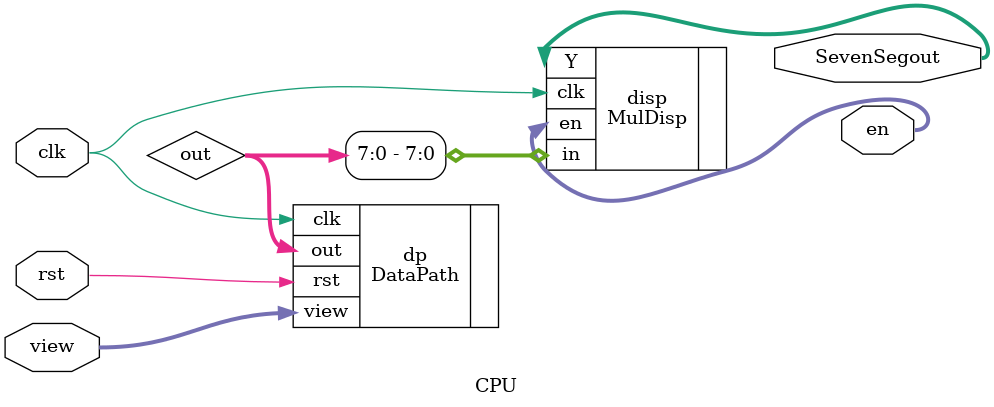
<source format=v>
`timescale 1ns / 1ps
module CPU(
	input clk,
	input rst,
	input [4:0] view,
	output [6:0] SevenSegout,
	output  [3:0] en
    );
	 
	 wire clkA;
	 wire[31:0] out;
	 	 
DataPath dp(
						.clk(clk),
						.rst(rst),
						.view(view),
						.out(out)
						);
		
MulDisp disp(
	.in(out[7:0]),
	.Y(SevenSegout),
	.en(en),
	.clk(clk)
	);
		

endmodule

</source>
